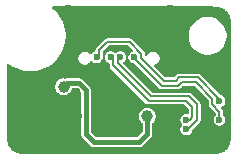
<source format=gbl>
%TF.GenerationSoftware,KiCad,Pcbnew,9.0.6*%
%TF.CreationDate,2026-01-06T09:51:15+09:00*%
%TF.ProjectId,muon,6d756f6e-2e6b-4696-9361-645f70636258,rev?*%
%TF.SameCoordinates,Original*%
%TF.FileFunction,Copper,L2,Bot*%
%TF.FilePolarity,Positive*%
%FSLAX46Y46*%
G04 Gerber Fmt 4.6, Leading zero omitted, Abs format (unit mm)*
G04 Created by KiCad (PCBNEW 9.0.6) date 2026-01-06 09:51:15*
%MOMM*%
%LPD*%
G01*
G04 APERTURE LIST*
%TA.AperFunction,ComponentPad*%
%ADD10O,1.000000X2.100000*%
%TD*%
%TA.AperFunction,ComponentPad*%
%ADD11O,1.000000X1.800000*%
%TD*%
%TA.AperFunction,ViaPad*%
%ADD12C,0.600000*%
%TD*%
%TA.AperFunction,ViaPad*%
%ADD13C,1.000000*%
%TD*%
%TA.AperFunction,Conductor*%
%ADD14C,0.400000*%
%TD*%
%TA.AperFunction,Conductor*%
%ADD15C,0.200000*%
%TD*%
G04 APERTURE END LIST*
D10*
%TO.P,J1,S1,SHIELD*%
%TO.N,GND*%
X78320000Y-55380000D03*
D11*
X78320000Y-51200000D03*
D10*
X69680000Y-55380000D03*
D11*
X69680000Y-51200000D03*
%TD*%
D12*
%TO.N,GND*%
X73800000Y-62700000D03*
X73700000Y-54100000D03*
X80700000Y-58000000D03*
X77400000Y-59300000D03*
X79600000Y-59300000D03*
X73000000Y-57300000D03*
X70400000Y-57700000D03*
X69000000Y-59800000D03*
X79600000Y-57500000D03*
X70600000Y-59800000D03*
D13*
X75200000Y-59800000D03*
D12*
X77000000Y-57500000D03*
D13*
%TO.N,VBUS*%
X69300000Y-57300000D03*
X76400000Y-59800000D03*
D12*
%TO.N,CC2*%
X72100000Y-54800000D03*
X82500000Y-58500000D03*
%TO.N,D-*%
X74100000Y-54800000D03*
X79700000Y-60900000D03*
%TO.N,D+*%
X73300000Y-54800000D03*
X79700000Y-60100000D03*
%TO.N,CC1*%
X75300000Y-54800000D03*
X82500000Y-60100000D03*
%TD*%
D14*
%TO.N,VBUS*%
X71900000Y-62000000D02*
X75700000Y-62000000D01*
X70600000Y-57000000D02*
X71200000Y-57600000D01*
X75700000Y-62000000D02*
X76400000Y-61300000D01*
X71200000Y-57600000D02*
X71200000Y-61300000D01*
X69600000Y-57000000D02*
X70600000Y-57000000D01*
X69300000Y-57300000D02*
X69600000Y-57000000D01*
X71200000Y-61300000D02*
X71900000Y-62000000D01*
X76400000Y-61300000D02*
X76400000Y-59800000D01*
D15*
%TO.N,CC2*%
X72300000Y-54600000D02*
X72100000Y-54800000D01*
X82500000Y-58300000D02*
X80700000Y-56500000D01*
X75900000Y-54900000D02*
X75900000Y-54500000D01*
X72300000Y-54200000D02*
X72300000Y-54600000D01*
X80700000Y-56500000D02*
X79100000Y-56500000D01*
X82500000Y-58500000D02*
X82500000Y-58300000D01*
X77800000Y-56800000D02*
X75900000Y-54900000D01*
X78800000Y-56800000D02*
X77800000Y-56800000D01*
X79100000Y-56500000D02*
X78800000Y-56800000D01*
X73000000Y-53500000D02*
X72300000Y-54200000D01*
X75900000Y-54500000D02*
X74900000Y-53500000D01*
X74900000Y-53500000D02*
X73000000Y-53500000D01*
%TO.N,D-*%
X79900000Y-58100000D02*
X80600000Y-58800000D01*
X74100000Y-54800000D02*
X73900000Y-55000000D01*
X79800000Y-60900000D02*
X79700000Y-60900000D01*
X73900000Y-55300000D02*
X76700000Y-58100000D01*
X73900000Y-55000000D02*
X73900000Y-55300000D01*
X76700000Y-58100000D02*
X79900000Y-58100000D01*
X80600000Y-60100000D02*
X79800000Y-60900000D01*
X80600000Y-58800000D02*
X80600000Y-60100000D01*
%TO.N,D+*%
X73500000Y-55000000D02*
X73500000Y-55500000D01*
X79700000Y-58500000D02*
X80200000Y-59000000D01*
X76500000Y-58500000D02*
X79700000Y-58500000D01*
X73300000Y-54800000D02*
X73500000Y-55000000D01*
X80200000Y-59900000D02*
X80000000Y-60100000D01*
X73500000Y-55500000D02*
X76500000Y-58500000D01*
X80200000Y-59000000D02*
X80200000Y-59900000D01*
X80000000Y-60100000D02*
X79700000Y-60100000D01*
%TO.N,CC1*%
X79000000Y-57200000D02*
X79300000Y-56900000D01*
X79300000Y-56900000D02*
X80500000Y-56900000D01*
X82500000Y-59400000D02*
X81900000Y-58800000D01*
X77600000Y-57200000D02*
X79000000Y-57200000D01*
X82500000Y-60100000D02*
X82500000Y-59400000D01*
X81900000Y-58300000D02*
X81900000Y-58800000D01*
X75300000Y-54900000D02*
X77600000Y-57200000D01*
X80500000Y-56900000D02*
X81900000Y-58300000D01*
X75300000Y-54800000D02*
X75300000Y-54900000D01*
%TD*%
%TA.AperFunction,Conductor*%
%TO.N,GND*%
G36*
X81636372Y-50500501D02*
G01*
X81884682Y-50501826D01*
X81887834Y-50501894D01*
X82115499Y-50510486D01*
X82121902Y-50510938D01*
X82327476Y-50532216D01*
X82337040Y-50533682D01*
X82531084Y-50573216D01*
X82540450Y-50575607D01*
X82634292Y-50604516D01*
X82642504Y-50607447D01*
X82754948Y-50653266D01*
X82762846Y-50656897D01*
X82839563Y-50696361D01*
X82846644Y-50700382D01*
X82852954Y-50704320D01*
X82932686Y-50754073D01*
X82938394Y-50757916D01*
X82979029Y-50787394D01*
X82984111Y-50791340D01*
X83053212Y-50848699D01*
X83058971Y-50853873D01*
X83123139Y-50916251D01*
X83128485Y-50921875D01*
X83184861Y-50986025D01*
X83189754Y-50992055D01*
X83243297Y-51063617D01*
X83247625Y-51069893D01*
X83285972Y-51130361D01*
X83291286Y-51139856D01*
X83368963Y-51298545D01*
X83374177Y-51311411D01*
X83431330Y-51486892D01*
X83434004Y-51496831D01*
X83456330Y-51601142D01*
X83457838Y-51610240D01*
X83487842Y-51864060D01*
X83488482Y-51872697D01*
X83499259Y-52230017D01*
X83499304Y-52232853D01*
X83499500Y-52362786D01*
X83499500Y-61135843D01*
X83499499Y-61136372D01*
X83498172Y-61384655D01*
X83498103Y-61387859D01*
X83489514Y-61615470D01*
X83489058Y-61621930D01*
X83467782Y-61827473D01*
X83466315Y-61837044D01*
X83426784Y-62031078D01*
X83424389Y-62040461D01*
X83395484Y-62134288D01*
X83392553Y-62142500D01*
X83346738Y-62254933D01*
X83343093Y-62262858D01*
X83303651Y-62339536D01*
X83299605Y-62346661D01*
X83245932Y-62432676D01*
X83242078Y-62438399D01*
X83212608Y-62479024D01*
X83208648Y-62484124D01*
X83151312Y-62553197D01*
X83146123Y-62558971D01*
X83083748Y-62623136D01*
X83078113Y-62628495D01*
X83013975Y-62684859D01*
X83007932Y-62689762D01*
X82936385Y-62743294D01*
X82930096Y-62747631D01*
X82869649Y-62785965D01*
X82860155Y-62791279D01*
X82701451Y-62868965D01*
X82688583Y-62874179D01*
X82513105Y-62931330D01*
X82503167Y-62934004D01*
X82398856Y-62956330D01*
X82389758Y-62957838D01*
X82135937Y-62987842D01*
X82127300Y-62988482D01*
X81769981Y-62999259D01*
X81767145Y-62999304D01*
X81637214Y-62999500D01*
X66364157Y-62999500D01*
X66363628Y-62999499D01*
X66115343Y-62998172D01*
X66112139Y-62998103D01*
X65884529Y-62989514D01*
X65878069Y-62989058D01*
X65672525Y-62967782D01*
X65662954Y-62966315D01*
X65468920Y-62926784D01*
X65459546Y-62924391D01*
X65365710Y-62895484D01*
X65357498Y-62892553D01*
X65245065Y-62846738D01*
X65237140Y-62843093D01*
X65160462Y-62803651D01*
X65153337Y-62799605D01*
X65153335Y-62799604D01*
X65067322Y-62745932D01*
X65061599Y-62742078D01*
X65020974Y-62712608D01*
X65015889Y-62708660D01*
X64946796Y-62651308D01*
X64941027Y-62646123D01*
X64876862Y-62583748D01*
X64871503Y-62578113D01*
X64815139Y-62513975D01*
X64810236Y-62507932D01*
X64756704Y-62436385D01*
X64752367Y-62430096D01*
X64716289Y-62373207D01*
X64714030Y-62369645D01*
X64708719Y-62360155D01*
X64702114Y-62346661D01*
X64631028Y-62201440D01*
X64625823Y-62188594D01*
X64568667Y-62013101D01*
X64565994Y-62003167D01*
X64543668Y-61898856D01*
X64542162Y-61889775D01*
X64512155Y-61635928D01*
X64511516Y-61627300D01*
X64511403Y-61623551D01*
X64500738Y-61269918D01*
X64500694Y-61267205D01*
X64500500Y-61137213D01*
X64500500Y-57231004D01*
X68599500Y-57231004D01*
X68599500Y-57368995D01*
X68609528Y-57419407D01*
X68625658Y-57500499D01*
X68626420Y-57504327D01*
X68626420Y-57504329D01*
X68679222Y-57631806D01*
X68679228Y-57631817D01*
X68755885Y-57746541D01*
X68853458Y-57844114D01*
X68968182Y-57920771D01*
X68968193Y-57920777D01*
X69015283Y-57940282D01*
X69095672Y-57973580D01*
X69231007Y-58000500D01*
X69231008Y-58000500D01*
X69368992Y-58000500D01*
X69368993Y-58000500D01*
X69504328Y-57973580D01*
X69631811Y-57920775D01*
X69746542Y-57844114D01*
X69844114Y-57746542D01*
X69920775Y-57631811D01*
X69973580Y-57504328D01*
X69978382Y-57480185D01*
X70008279Y-57426802D01*
X70063844Y-57401186D01*
X70075480Y-57400500D01*
X70393099Y-57400500D01*
X70451290Y-57419407D01*
X70463103Y-57429496D01*
X70770504Y-57736897D01*
X70798281Y-57791414D01*
X70799500Y-57806901D01*
X70799500Y-61247273D01*
X70799500Y-61352727D01*
X70814258Y-61407806D01*
X70826794Y-61454592D01*
X70879516Y-61545908D01*
X70879517Y-61545909D01*
X70879518Y-61545910D01*
X70879520Y-61545913D01*
X71232463Y-61898856D01*
X71579519Y-62245912D01*
X71579520Y-62245913D01*
X71579519Y-62245913D01*
X71617290Y-62283683D01*
X71654087Y-62320480D01*
X71745413Y-62373207D01*
X71847273Y-62400500D01*
X71847275Y-62400500D01*
X75752725Y-62400500D01*
X75752727Y-62400500D01*
X75854588Y-62373207D01*
X75854590Y-62373205D01*
X75854592Y-62373205D01*
X75945908Y-62320483D01*
X75945908Y-62320482D01*
X75945913Y-62320480D01*
X76720480Y-61545913D01*
X76735250Y-61520330D01*
X76773207Y-61454587D01*
X76800500Y-61352727D01*
X76800500Y-60427795D01*
X76819407Y-60369604D01*
X76844498Y-60345479D01*
X76846542Y-60344114D01*
X76944114Y-60246542D01*
X77020775Y-60131811D01*
X77073580Y-60004328D01*
X77100500Y-59868993D01*
X77100500Y-59731007D01*
X77073580Y-59595672D01*
X77054658Y-59549991D01*
X77020777Y-59468193D01*
X77020771Y-59468182D01*
X76944114Y-59353458D01*
X76846541Y-59255885D01*
X76731817Y-59179228D01*
X76731806Y-59179222D01*
X76604328Y-59126420D01*
X76468995Y-59099500D01*
X76468993Y-59099500D01*
X76331007Y-59099500D01*
X76331004Y-59099500D01*
X76195672Y-59126420D01*
X76195670Y-59126420D01*
X76068193Y-59179222D01*
X76068182Y-59179228D01*
X75953458Y-59255885D01*
X75855885Y-59353458D01*
X75779228Y-59468182D01*
X75779222Y-59468193D01*
X75726420Y-59595670D01*
X75726420Y-59595672D01*
X75699500Y-59731004D01*
X75699500Y-59868995D01*
X75726420Y-60004327D01*
X75726420Y-60004329D01*
X75779222Y-60131806D01*
X75779228Y-60131817D01*
X75855885Y-60246541D01*
X75855893Y-60246550D01*
X75953456Y-60344112D01*
X75953458Y-60344114D01*
X75955500Y-60345478D01*
X75956197Y-60346362D01*
X75957220Y-60347202D01*
X75957035Y-60347426D01*
X75993380Y-60393527D01*
X75999500Y-60427795D01*
X75999500Y-61093099D01*
X75980593Y-61151290D01*
X75970504Y-61163103D01*
X75563103Y-61570504D01*
X75508586Y-61598281D01*
X75493099Y-61599500D01*
X72106901Y-61599500D01*
X72048710Y-61580593D01*
X72036897Y-61570504D01*
X71629496Y-61163103D01*
X71601719Y-61108586D01*
X71600500Y-61093099D01*
X71600500Y-57547274D01*
X71600500Y-57547273D01*
X71582480Y-57480021D01*
X71582479Y-57480019D01*
X71573208Y-57445415D01*
X71573204Y-57445406D01*
X71520483Y-57354091D01*
X71520481Y-57354089D01*
X71520480Y-57354087D01*
X70845913Y-56679520D01*
X70845910Y-56679518D01*
X70845908Y-56679516D01*
X70754591Y-56626794D01*
X70754593Y-56626794D01*
X70715070Y-56616204D01*
X70652727Y-56599500D01*
X69652727Y-56599500D01*
X69547273Y-56599500D01*
X69547271Y-56599500D01*
X69493609Y-56613878D01*
X69448675Y-56615349D01*
X69368997Y-56599500D01*
X69368993Y-56599500D01*
X69231007Y-56599500D01*
X69231004Y-56599500D01*
X69095672Y-56626420D01*
X69095670Y-56626420D01*
X68968193Y-56679222D01*
X68968182Y-56679228D01*
X68853458Y-56755885D01*
X68755885Y-56853458D01*
X68679228Y-56968182D01*
X68679222Y-56968193D01*
X68626420Y-57095670D01*
X68626420Y-57095672D01*
X68599500Y-57231004D01*
X64500500Y-57231004D01*
X64500500Y-55416834D01*
X64519407Y-55358643D01*
X64568907Y-55322679D01*
X64630093Y-55322679D01*
X64661223Y-55339431D01*
X64775451Y-55430525D01*
X65058427Y-55608330D01*
X65359531Y-55753335D01*
X65359534Y-55753336D01*
X65674974Y-55863713D01*
X65674977Y-55863713D01*
X65674978Y-55863714D01*
X66000800Y-55938081D01*
X66090354Y-55948171D01*
X66332883Y-55975499D01*
X66332899Y-55975499D01*
X66332900Y-55975500D01*
X66332901Y-55975500D01*
X66667099Y-55975500D01*
X66667100Y-55975500D01*
X66667101Y-55975499D01*
X66667116Y-55975499D01*
X66879794Y-55951534D01*
X66999200Y-55938081D01*
X67325022Y-55863714D01*
X67640469Y-55753335D01*
X67941573Y-55608330D01*
X68224549Y-55430525D01*
X68485838Y-55222154D01*
X68722154Y-54985838D01*
X68864354Y-54807525D01*
X70559500Y-54807525D01*
X70559500Y-54952474D01*
X70597017Y-55092489D01*
X70669487Y-55218010D01*
X70669489Y-55218012D01*
X70669491Y-55218015D01*
X70771985Y-55320509D01*
X70771987Y-55320510D01*
X70771989Y-55320512D01*
X70897511Y-55392982D01*
X70897512Y-55392982D01*
X70897515Y-55392984D01*
X71037525Y-55430500D01*
X71037526Y-55430500D01*
X71182474Y-55430500D01*
X71182475Y-55430500D01*
X71322485Y-55392984D01*
X71322487Y-55392982D01*
X71322489Y-55392982D01*
X71448010Y-55320512D01*
X71448010Y-55320511D01*
X71448015Y-55320509D01*
X71550509Y-55218015D01*
X71581053Y-55165110D01*
X71626520Y-55124170D01*
X71687370Y-55117773D01*
X71736790Y-55144604D01*
X71792686Y-55200500D01*
X71792688Y-55200501D01*
X71792690Y-55200503D01*
X71906810Y-55266390D01*
X71906808Y-55266390D01*
X71906812Y-55266391D01*
X71906814Y-55266392D01*
X72034108Y-55300500D01*
X72034110Y-55300500D01*
X72165890Y-55300500D01*
X72165892Y-55300500D01*
X72293186Y-55266392D01*
X72293188Y-55266390D01*
X72293190Y-55266390D01*
X72407309Y-55200503D01*
X72407309Y-55200502D01*
X72407314Y-55200500D01*
X72500500Y-55107314D01*
X72509062Y-55092485D01*
X72566390Y-54993190D01*
X72566390Y-54993188D01*
X72566392Y-54993186D01*
X72600500Y-54865892D01*
X72600500Y-54734108D01*
X72799500Y-54734108D01*
X72799500Y-54865892D01*
X72812532Y-54914529D01*
X72833609Y-54993190D01*
X72899496Y-55107309D01*
X72899498Y-55107311D01*
X72899500Y-55107314D01*
X72992686Y-55200500D01*
X73106814Y-55266392D01*
X73126120Y-55271564D01*
X73177435Y-55304886D01*
X73199364Y-55362007D01*
X73199500Y-55367192D01*
X73199500Y-55539564D01*
X73219978Y-55615988D01*
X73219980Y-55615992D01*
X73259538Y-55684508D01*
X73259540Y-55684511D01*
X76315489Y-58740460D01*
X76315491Y-58740461D01*
X76315493Y-58740463D01*
X76384008Y-58780020D01*
X76384006Y-58780020D01*
X76384010Y-58780021D01*
X76384012Y-58780022D01*
X76460438Y-58800500D01*
X76539562Y-58800500D01*
X79534521Y-58800500D01*
X79592712Y-58819407D01*
X79604525Y-58829496D01*
X79870504Y-59095475D01*
X79898281Y-59149992D01*
X79899500Y-59165479D01*
X79899500Y-59506280D01*
X79880593Y-59564471D01*
X79831093Y-59600435D01*
X79774883Y-59601908D01*
X79765896Y-59599500D01*
X79765892Y-59599500D01*
X79634108Y-59599500D01*
X79556200Y-59620375D01*
X79506809Y-59633609D01*
X79392690Y-59699496D01*
X79299496Y-59792690D01*
X79233609Y-59906809D01*
X79233608Y-59906814D01*
X79199500Y-60034108D01*
X79199500Y-60165892D01*
X79212924Y-60215990D01*
X79233609Y-60293190D01*
X79299496Y-60407309D01*
X79299501Y-60407315D01*
X79322183Y-60429998D01*
X79349959Y-60484515D01*
X79340387Y-60544947D01*
X79322183Y-60570002D01*
X79299501Y-60592684D01*
X79299496Y-60592690D01*
X79233609Y-60706809D01*
X79233608Y-60706814D01*
X79199500Y-60834108D01*
X79199500Y-60965892D01*
X79227928Y-61071989D01*
X79233609Y-61093190D01*
X79299496Y-61207309D01*
X79299498Y-61207311D01*
X79299500Y-61207314D01*
X79392686Y-61300500D01*
X79392688Y-61300501D01*
X79392690Y-61300503D01*
X79506810Y-61366390D01*
X79506808Y-61366390D01*
X79506812Y-61366391D01*
X79506814Y-61366392D01*
X79634108Y-61400500D01*
X79634110Y-61400500D01*
X79765890Y-61400500D01*
X79765892Y-61400500D01*
X79893186Y-61366392D01*
X79893188Y-61366390D01*
X79893190Y-61366390D01*
X80007309Y-61300503D01*
X80007309Y-61300502D01*
X80007314Y-61300500D01*
X80100500Y-61207314D01*
X80140973Y-61137213D01*
X80166390Y-61093190D01*
X80166390Y-61093188D01*
X80166392Y-61093186D01*
X80200500Y-60965892D01*
X80200500Y-60965478D01*
X80200591Y-60965196D01*
X80201347Y-60959458D01*
X80202410Y-60959598D01*
X80219407Y-60907287D01*
X80229490Y-60895480D01*
X80840460Y-60284511D01*
X80845316Y-60276099D01*
X80850923Y-60266390D01*
X80880020Y-60215990D01*
X80880021Y-60215989D01*
X80900500Y-60139562D01*
X80900500Y-58760438D01*
X80880021Y-58684011D01*
X80840460Y-58615489D01*
X80784511Y-58559539D01*
X80784511Y-58559540D01*
X80084511Y-57859540D01*
X80057792Y-57844114D01*
X80031288Y-57828812D01*
X80015988Y-57819978D01*
X79939564Y-57799500D01*
X79939562Y-57799500D01*
X76865479Y-57799500D01*
X76807288Y-57780593D01*
X76795475Y-57770504D01*
X74383260Y-55358289D01*
X74355483Y-55303772D01*
X74365054Y-55243340D01*
X74403770Y-55202546D01*
X74407314Y-55200500D01*
X74500500Y-55107314D01*
X74509062Y-55092485D01*
X74566390Y-54993190D01*
X74566390Y-54993188D01*
X74566392Y-54993186D01*
X74600500Y-54865892D01*
X74600500Y-54734108D01*
X74566392Y-54606814D01*
X74566390Y-54606811D01*
X74566390Y-54606809D01*
X74500503Y-54492690D01*
X74500501Y-54492688D01*
X74500500Y-54492686D01*
X74407314Y-54399500D01*
X74407311Y-54399498D01*
X74407309Y-54399496D01*
X74293189Y-54333609D01*
X74293191Y-54333609D01*
X74225564Y-54315489D01*
X74165892Y-54299500D01*
X74034108Y-54299500D01*
X73974436Y-54315489D01*
X73906809Y-54333609D01*
X73792690Y-54399496D01*
X73792684Y-54399501D01*
X73770002Y-54422183D01*
X73715485Y-54449959D01*
X73655053Y-54440387D01*
X73629998Y-54422183D01*
X73607315Y-54399501D01*
X73607309Y-54399496D01*
X73493189Y-54333609D01*
X73493191Y-54333609D01*
X73425564Y-54315489D01*
X73365892Y-54299500D01*
X73234108Y-54299500D01*
X73174436Y-54315489D01*
X73106809Y-54333609D01*
X72992690Y-54399496D01*
X72899496Y-54492690D01*
X72833609Y-54606809D01*
X72833608Y-54606814D01*
X72799500Y-54734108D01*
X72600500Y-54734108D01*
X72594699Y-54712458D01*
X72594699Y-54661210D01*
X72600500Y-54639562D01*
X72600500Y-54365479D01*
X72619407Y-54307288D01*
X72629496Y-54295475D01*
X73095475Y-53829496D01*
X73149992Y-53801719D01*
X73165479Y-53800500D01*
X74734521Y-53800500D01*
X74792712Y-53819407D01*
X74804525Y-53829496D01*
X75144756Y-54169727D01*
X75172533Y-54224244D01*
X75162962Y-54284676D01*
X75119697Y-54327941D01*
X75112640Y-54331194D01*
X75106812Y-54333608D01*
X74992690Y-54399496D01*
X74899496Y-54492690D01*
X74833609Y-54606809D01*
X74833608Y-54606814D01*
X74799500Y-54734108D01*
X74799500Y-54865892D01*
X74812532Y-54914529D01*
X74833609Y-54993190D01*
X74899496Y-55107309D01*
X74899498Y-55107311D01*
X74899500Y-55107314D01*
X74992686Y-55200500D01*
X74992688Y-55200501D01*
X74992690Y-55200503D01*
X75106810Y-55266390D01*
X75106808Y-55266390D01*
X75106812Y-55266391D01*
X75106814Y-55266392D01*
X75234108Y-55300500D01*
X75234521Y-55300500D01*
X75234801Y-55300591D01*
X75240542Y-55301347D01*
X75240401Y-55302410D01*
X75292712Y-55319407D01*
X75304525Y-55329496D01*
X77359540Y-57384511D01*
X77359539Y-57384511D01*
X77415489Y-57440460D01*
X77484007Y-57480019D01*
X77484009Y-57480020D01*
X77484011Y-57480021D01*
X77560435Y-57500499D01*
X77560437Y-57500500D01*
X77560438Y-57500500D01*
X79039563Y-57500500D01*
X79039563Y-57500499D01*
X79115989Y-57480021D01*
X79184511Y-57440460D01*
X79240460Y-57384511D01*
X79395475Y-57229496D01*
X79449992Y-57201719D01*
X79465479Y-57200500D01*
X80334521Y-57200500D01*
X80392712Y-57219407D01*
X80404525Y-57229496D01*
X81570504Y-58395475D01*
X81598281Y-58449992D01*
X81599500Y-58465479D01*
X81599500Y-58839564D01*
X81619978Y-58915988D01*
X81645642Y-58960438D01*
X81645643Y-58960440D01*
X81659537Y-58984506D01*
X81659540Y-58984511D01*
X82170505Y-59495476D01*
X82174130Y-59502591D01*
X82180593Y-59507287D01*
X82187756Y-59529335D01*
X82198281Y-59549991D01*
X82199500Y-59565478D01*
X82199500Y-59651679D01*
X82180593Y-59709870D01*
X82170509Y-59721676D01*
X82099500Y-59792686D01*
X82099497Y-59792689D01*
X82099496Y-59792690D01*
X82033609Y-59906809D01*
X82033608Y-59906814D01*
X81999500Y-60034108D01*
X81999500Y-60165892D01*
X82012924Y-60215990D01*
X82033609Y-60293190D01*
X82099496Y-60407309D01*
X82099498Y-60407311D01*
X82099500Y-60407314D01*
X82192686Y-60500500D01*
X82192688Y-60500501D01*
X82192690Y-60500503D01*
X82306810Y-60566390D01*
X82306808Y-60566390D01*
X82306812Y-60566391D01*
X82306814Y-60566392D01*
X82434108Y-60600500D01*
X82434110Y-60600500D01*
X82565890Y-60600500D01*
X82565892Y-60600500D01*
X82693186Y-60566392D01*
X82693188Y-60566390D01*
X82693190Y-60566390D01*
X82807309Y-60500503D01*
X82807309Y-60500502D01*
X82807314Y-60500500D01*
X82900500Y-60407314D01*
X82922272Y-60369604D01*
X82966390Y-60293190D01*
X82966390Y-60293188D01*
X82966392Y-60293186D01*
X83000500Y-60165892D01*
X83000500Y-60034108D01*
X82966392Y-59906814D01*
X82966390Y-59906811D01*
X82966390Y-59906809D01*
X82900503Y-59792690D01*
X82900501Y-59792688D01*
X82900500Y-59792686D01*
X82829494Y-59721680D01*
X82801719Y-59667166D01*
X82800500Y-59651679D01*
X82800500Y-59360437D01*
X82800499Y-59360435D01*
X82798629Y-59353458D01*
X82780021Y-59284011D01*
X82740460Y-59215489D01*
X82684511Y-59159539D01*
X82684511Y-59159540D01*
X82655243Y-59130272D01*
X82627466Y-59075755D01*
X82637037Y-59015323D01*
X82680302Y-58972058D01*
X82687368Y-58968801D01*
X82693178Y-58966394D01*
X82693186Y-58966392D01*
X82703499Y-58960438D01*
X82807309Y-58900503D01*
X82807309Y-58900502D01*
X82807314Y-58900500D01*
X82900500Y-58807314D01*
X82939097Y-58740463D01*
X82966390Y-58693190D01*
X82966390Y-58693188D01*
X82966392Y-58693186D01*
X83000500Y-58565892D01*
X83000500Y-58434108D01*
X82966392Y-58306814D01*
X82966390Y-58306811D01*
X82966390Y-58306809D01*
X82900503Y-58192690D01*
X82900501Y-58192688D01*
X82900500Y-58192686D01*
X82807314Y-58099500D01*
X82807311Y-58099498D01*
X82807309Y-58099496D01*
X82693189Y-58033609D01*
X82693185Y-58033607D01*
X82671535Y-58027806D01*
X82627155Y-58002184D01*
X81825471Y-57200500D01*
X80884511Y-56259540D01*
X80884508Y-56259538D01*
X80815992Y-56219980D01*
X80815988Y-56219978D01*
X80739564Y-56199500D01*
X80739562Y-56199500D01*
X79060438Y-56199500D01*
X79060435Y-56199500D01*
X78984011Y-56219978D01*
X78984007Y-56219980D01*
X78915489Y-56259539D01*
X78704524Y-56470504D01*
X78650008Y-56498281D01*
X78634521Y-56499500D01*
X77965479Y-56499500D01*
X77907288Y-56480593D01*
X77895475Y-56470504D01*
X76999333Y-55574362D01*
X76971556Y-55519845D01*
X76981127Y-55459413D01*
X77024392Y-55416148D01*
X77043706Y-55408733D01*
X77102485Y-55392984D01*
X77102487Y-55392982D01*
X77102489Y-55392982D01*
X77228010Y-55320512D01*
X77228010Y-55320511D01*
X77228015Y-55320509D01*
X77330509Y-55218015D01*
X77388384Y-55117773D01*
X77402982Y-55092489D01*
X77402982Y-55092487D01*
X77402984Y-55092485D01*
X77440500Y-54952475D01*
X77440500Y-54807525D01*
X77402984Y-54667515D01*
X77402982Y-54667512D01*
X77402982Y-54667510D01*
X77330512Y-54541989D01*
X77330510Y-54541987D01*
X77330509Y-54541985D01*
X77228015Y-54439491D01*
X77228012Y-54439489D01*
X77228010Y-54439487D01*
X77102488Y-54367017D01*
X77102489Y-54367017D01*
X77072896Y-54359087D01*
X76962475Y-54329500D01*
X76817525Y-54329500D01*
X76755790Y-54346041D01*
X76677510Y-54367017D01*
X76551989Y-54439487D01*
X76449487Y-54541989D01*
X76385236Y-54653276D01*
X76339767Y-54694217D01*
X76278916Y-54700613D01*
X76225928Y-54670020D01*
X76201042Y-54614124D01*
X76200500Y-54603776D01*
X76200500Y-54460439D01*
X76200500Y-54460438D01*
X76188456Y-54415489D01*
X76188456Y-54415488D01*
X76188456Y-54415487D01*
X76180021Y-54384010D01*
X76180020Y-54384008D01*
X76140463Y-54315493D01*
X76140461Y-54315491D01*
X76140460Y-54315489D01*
X75084511Y-53259540D01*
X75084508Y-53259538D01*
X75015992Y-53219980D01*
X75015988Y-53219978D01*
X74939564Y-53199500D01*
X74939562Y-53199500D01*
X72960438Y-53199500D01*
X72960435Y-53199500D01*
X72884011Y-53219978D01*
X72884007Y-53219980D01*
X72815491Y-53259538D01*
X72115489Y-53959540D01*
X72115488Y-53959539D01*
X72059539Y-54015489D01*
X72019980Y-54084007D01*
X72019978Y-54084011D01*
X71999500Y-54160435D01*
X71999500Y-54232807D01*
X71980593Y-54290998D01*
X71931093Y-54326962D01*
X71926125Y-54328433D01*
X71906813Y-54333608D01*
X71906810Y-54333609D01*
X71792690Y-54399496D01*
X71699496Y-54492690D01*
X71691427Y-54506666D01*
X71645956Y-54547605D01*
X71585105Y-54553998D01*
X71535691Y-54527167D01*
X71448015Y-54439491D01*
X71448012Y-54439489D01*
X71448010Y-54439487D01*
X71322488Y-54367017D01*
X71322489Y-54367017D01*
X71292896Y-54359087D01*
X71182475Y-54329500D01*
X71037525Y-54329500D01*
X70975790Y-54346041D01*
X70897510Y-54367017D01*
X70771989Y-54439487D01*
X70669487Y-54541989D01*
X70597017Y-54667510D01*
X70559500Y-54807525D01*
X68864354Y-54807525D01*
X68930525Y-54724549D01*
X69108330Y-54441573D01*
X69253335Y-54140469D01*
X69358878Y-53838842D01*
X69363713Y-53825025D01*
X69363714Y-53825022D01*
X69438081Y-53499200D01*
X69452100Y-53374780D01*
X69475499Y-53167116D01*
X69475500Y-53167099D01*
X69475500Y-52874034D01*
X79899500Y-52874034D01*
X79899500Y-53125965D01*
X79938908Y-53374780D01*
X80016759Y-53614379D01*
X80124086Y-53825022D01*
X80131130Y-53838845D01*
X80279207Y-54042656D01*
X80457344Y-54220793D01*
X80661155Y-54368870D01*
X80885621Y-54483241D01*
X81125215Y-54561090D01*
X81125216Y-54561090D01*
X81125219Y-54561091D01*
X81374035Y-54600500D01*
X81374038Y-54600500D01*
X81625965Y-54600500D01*
X81874780Y-54561091D01*
X81874781Y-54561090D01*
X81874785Y-54561090D01*
X82114379Y-54483241D01*
X82338845Y-54368870D01*
X82542656Y-54220793D01*
X82720793Y-54042656D01*
X82868870Y-53838845D01*
X82983241Y-53614379D01*
X83061090Y-53374785D01*
X83079343Y-53259540D01*
X83100500Y-53125965D01*
X83100500Y-52874034D01*
X83061091Y-52625219D01*
X83061090Y-52625215D01*
X82983241Y-52385621D01*
X82868870Y-52161155D01*
X82720793Y-51957344D01*
X82542656Y-51779207D01*
X82338845Y-51631130D01*
X82338844Y-51631129D01*
X82338842Y-51631128D01*
X82114379Y-51516759D01*
X81874780Y-51438908D01*
X81625965Y-51399500D01*
X81625962Y-51399500D01*
X81374038Y-51399500D01*
X81374035Y-51399500D01*
X81125219Y-51438908D01*
X80885620Y-51516759D01*
X80661157Y-51631128D01*
X80457345Y-51779206D01*
X80279206Y-51957345D01*
X80131128Y-52161157D01*
X80016759Y-52385620D01*
X79938908Y-52625219D01*
X79899500Y-52874034D01*
X69475500Y-52874034D01*
X69475500Y-52832900D01*
X69475499Y-52832883D01*
X69438081Y-52500803D01*
X69438080Y-52500797D01*
X69421244Y-52427035D01*
X69363714Y-52174978D01*
X69358877Y-52161155D01*
X69253336Y-51859534D01*
X69229877Y-51810822D01*
X69108330Y-51558427D01*
X69107085Y-51556446D01*
X68953120Y-51311411D01*
X68930525Y-51275451D01*
X68722154Y-51014162D01*
X68485838Y-50777846D01*
X68413869Y-50720453D01*
X68359257Y-50676901D01*
X68325550Y-50625838D01*
X68328295Y-50564714D01*
X68366443Y-50516877D01*
X68420982Y-50500500D01*
X81635844Y-50500500D01*
X81636372Y-50500501D01*
G37*
%TD.AperFunction*%
%TD*%
M02*

</source>
